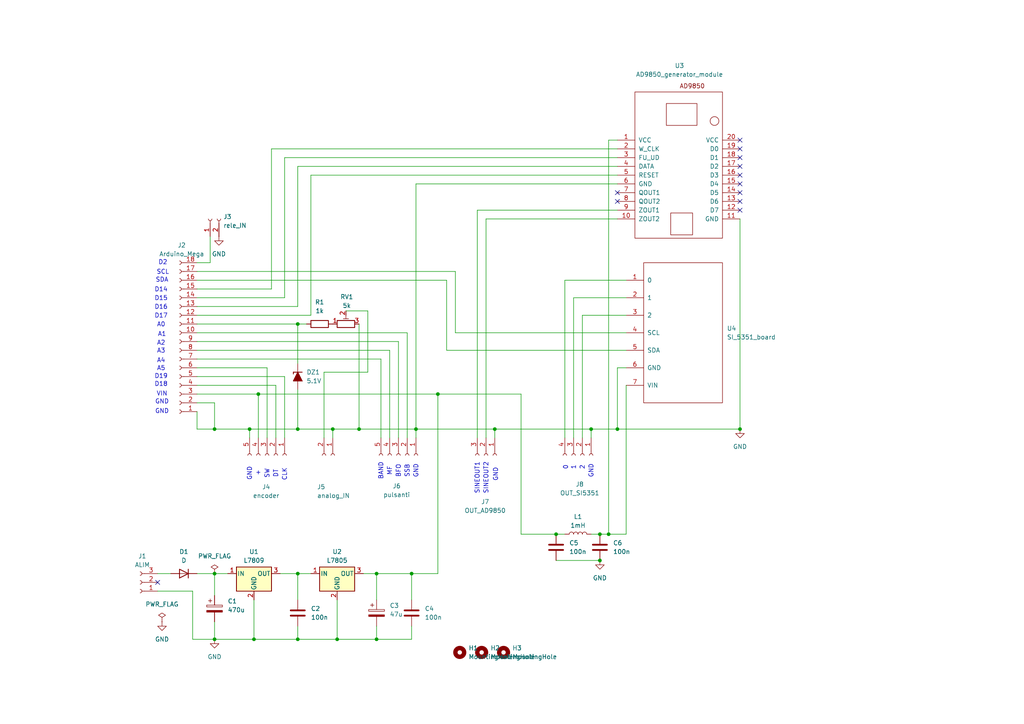
<source format=kicad_sch>
(kicad_sch (version 20231120) (generator "eeschema") (generator_version "8.0")
  (paper "A4")
  (lib_symbols
    (symbol "Connector:Conn_01x02_Socket" (pin_names (offset 1.016) hide)
      (property "Reference" "J" (at 0 2.54 0))
      (property "Value" "Conn_01x02_Socket" (at 0 -5.08 0))
      (symbol "Conn_01x02_Socket_1_1"
        (arc (start 0 -2.032) (mid -0.5058 -2.54) (end 0 -3.048) (stroke (width 0.1524)))
        (polyline (pts (xy -1.27 -2.54) (xy -0.508 -2.54)) (stroke (width 0.1524)))
        (polyline (pts (xy -1.27 0) (xy -0.508 0)) (stroke (width 0.1524)))
        (arc (start 0 0.508) (mid -0.5058 0) (end 0 -0.508) (stroke (width 0.1524)))
        (pin passive line (at -5.08 0 0) (length 3.81) (name "Pin_1") (number "1"))
        (pin passive line (at -5.08 -2.54 0) (length 3.81) (name "Pin_2") (number "2"))
      )
    )
    (symbol "Connector:Conn_01x03_Socket" (pin_names (offset 1.016) hide)
      (property "Reference" "J" (at 0 5.08 0))
      (property "Value" "Conn_01x03_Socket" (at 0 -5.08 0))
      (symbol "Conn_01x03_Socket_1_1"
        (arc (start 0 -2.032) (mid -0.5058 -2.54) (end 0 -3.048) (stroke (width 0.1524)))
        (polyline (pts (xy -1.27 -2.54) (xy -0.508 -2.54)) (stroke (width 0.1524)))
        (polyline (pts (xy -1.27 0) (xy -0.508 0)) (stroke (width 0.1524)))
        (polyline (pts (xy -1.27 2.54) (xy -0.508 2.54)) (stroke (width 0.1524)))
        (arc (start 0 0.508) (mid -0.5058 0) (end 0 -0.508) (stroke (width 0.1524)))
        (arc (start 0 3.048) (mid -0.5058 2.54) (end 0 2.032) (stroke (width 0.1524)))
        (pin passive line (at -5.08 2.54 0) (length 3.81) (name "Pin_1") (number "1"))
        (pin passive line (at -5.08 0 0) (length 3.81) (name "Pin_2") (number "2"))
        (pin passive line (at -5.08 -2.54 0) (length 3.81) (name "Pin_3") (number "3"))
      )
    )
    (symbol "Connector:Conn_01x04_Socket" (pin_names (offset 1.016) hide)
      (property "Reference" "J" (at 0 5.08 0))
      (property "Value" "Conn_01x04_Socket" (at 0 -7.62 0))
      (symbol "Conn_01x04_Socket_1_1"
        (arc (start 0 -4.572) (mid -0.5058 -5.08) (end 0 -5.588) (stroke (width 0.1524)))
        (arc (start 0 -2.032) (mid -0.5058 -2.54) (end 0 -3.048) (stroke (width 0.1524)))
        (polyline (pts (xy -1.27 -5.08) (xy -0.508 -5.08)) (stroke (width 0.1524)))
        (polyline (pts (xy -1.27 -2.54) (xy -0.508 -2.54)) (stroke (width 0.1524)))
        (polyline (pts (xy -1.27 0) (xy -0.508 0)) (stroke (width 0.1524)))
        (polyline (pts (xy -1.27 2.54) (xy -0.508 2.54)) (stroke (width 0.1524)))
        (arc (start 0 0.508) (mid -0.5058 0) (end 0 -0.508) (stroke (width 0.1524)))
        (arc (start 0 3.048) (mid -0.5058 2.54) (end 0 2.032) (stroke (width 0.1524)))
        (pin passive line (at -5.08 2.54 0) (length 3.81) (name "Pin_1") (number "1"))
        (pin passive line (at -5.08 0 0) (length 3.81) (name "Pin_2") (number "2"))
        (pin passive line (at -5.08 -2.54 0) (length 3.81) (name "Pin_3") (number "3"))
        (pin passive line (at -5.08 -5.08 0) (length 3.81) (name "Pin_4") (number "4"))
      )
    )
    (symbol "Connector:Conn_01x05_Socket" (pin_names (offset 1.016) hide)
      (property "Reference" "J" (at 0 7.62 0))
      (property "Value" "Conn_01x05_Socket" (at 0 -7.62 0))
      (symbol "Conn_01x05_Socket_1_1"
        (arc (start 0 -4.572) (mid -0.5058 -5.08) (end 0 -5.588) (stroke (width 0.1524)))
        (arc (start 0 -2.032) (mid -0.5058 -2.54) (end 0 -3.048) (stroke (width 0.1524)))
        (polyline (pts (xy -1.27 -5.08) (xy -0.508 -5.08)) (stroke (width 0.1524)))
        (polyline (pts (xy -1.27 -2.54) (xy -0.508 -2.54)) (stroke (width 0.1524)))
        (polyline (pts (xy -1.27 0) (xy -0.508 0)) (stroke (width 0.1524)))
        (polyline (pts (xy -1.27 2.54) (xy -0.508 2.54)) (stroke (width 0.1524)))
        (polyline (pts (xy -1.27 5.08) (xy -0.508 5.08)) (stroke (width 0.1524)))
        (arc (start 0 0.508) (mid -0.5058 0) (end 0 -0.508) (stroke (width 0.1524)))
        (arc (start 0 3.048) (mid -0.5058 2.54) (end 0 2.032) (stroke (width 0.1524)))
        (arc (start 0 5.588) (mid -0.5058 5.08) (end 0 4.572) (stroke (width 0.1524)))
        (pin passive line (at -5.08 5.08 0) (length 3.81) (name "Pin_1") (number "1"))
        (pin passive line (at -5.08 2.54 0) (length 3.81) (name "Pin_2") (number "2"))
        (pin passive line (at -5.08 0 0) (length 3.81) (name "Pin_3") (number "3"))
        (pin passive line (at -5.08 -2.54 0) (length 3.81) (name "Pin_4") (number "4"))
        (pin passive line (at -5.08 -5.08 0) (length 3.81) (name "Pin_5") (number "5"))
      )
    )
    (symbol "Connector:Conn_01x18_Socket" (pin_names (offset 1.016) hide)
      (property "Reference" "J" (at 0 22.86 0))
      (property "Value" "Conn_01x18_Socket" (at 0 -25.4 0))
      (symbol "Conn_01x18_Socket_1_1"
        (arc (start 0 -22.352) (mid -0.5058 -22.86) (end 0 -23.368) (stroke (width 0.1524)))
        (arc (start 0 -19.812) (mid -0.5058 -20.32) (end 0 -20.828) (stroke (width 0.1524)))
        (arc (start 0 -17.272) (mid -0.5058 -17.78) (end 0 -18.288) (stroke (width 0.1524)))
        (arc (start 0 -14.732) (mid -0.5058 -15.24) (end 0 -15.748) (stroke (width 0.1524)))
        (arc (start 0 -12.192) (mid -0.5058 -12.7) (end 0 -13.208) (stroke (width 0.1524)))
        (arc (start 0 -9.652) (mid -0.5058 -10.16) (end 0 -10.668) (stroke (width 0.1524)))
        (arc (start 0 -7.112) (mid -0.5058 -7.62) (end 0 -8.128) (stroke (width 0.1524)))
        (arc (start 0 -4.572) (mid -0.5058 -5.08) (end 0 -5.588) (stroke (width 0.1524)))
        (arc (start 0 -2.032) (mid -0.5058 -2.54) (end 0 -3.048) (stroke (width 0.1524)))
        (polyline (pts (xy -1.27 -22.86) (xy -0.508 -22.86)) (stroke (width 0.1524)))
        (polyline (pts (xy -1.27 -20.32) (xy -0.508 -20.32)) (stroke (width 0.1524)))
        (polyline (pts (xy -1.27 -17.78) (xy -0.508 -17.78)) (stroke (width 0.1524)))
        (polyline (pts (xy -1.27 -15.24) (xy -0.508 -15.24)) (stroke (width 0.1524)))
        (polyline (pts (xy -1.27 -12.7) (xy -0.508 -12.7)) (stroke (width 0.1524)))
        (polyline (pts (xy -1.27 -10.16) (xy -0.508 -10.16)) (stroke (width 0.1524)))
        (polyline (pts (xy -1.27 -7.62) (xy -0.508 -7.62)) (stroke (width 0.1524)))
        (polyline (pts (xy -1.27 -5.08) (xy -0.508 -5.08)) (stroke (width 0.1524)))
        (polyline (pts (xy -1.27 -2.54) (xy -0.508 -2.54)) (stroke (width 0.1524)))
        (polyline (pts (xy -1.27 0) (xy -0.508 0)) (stroke (width 0.1524)))
        (polyline (pts (xy -1.27 2.54) (xy -0.508 2.54)) (stroke (width 0.1524)))
        (polyline (pts (xy -1.27 5.08) (xy -0.508 5.08)) (stroke (width 0.1524)))
        (polyline (pts (xy -1.27 7.62) (xy -0.508 7.62)) (stroke (width 0.1524)))
        (polyline (pts (xy -1.27 10.16) (xy -0.508 10.16)) (stroke (width 0.1524)))
        (polyline (pts (xy -1.27 12.7) (xy -0.508 12.7)) (stroke (width 0.1524)))
        (polyline (pts (xy -1.27 15.24) (xy -0.508 15.24)) (stroke (width 0.1524)))
        (polyline (pts (xy -1.27 17.78) (xy -0.508 17.78)) (stroke (width 0.1524)))
        (polyline (pts (xy -1.27 20.32) (xy -0.508 20.32)) (stroke (width 0.1524)))
        (arc (start 0 0.508) (mid -0.5058 0) (end 0 -0.508) (stroke (width 0.1524)))
        (arc (start 0 3.048) (mid -0.5058 2.54) (end 0 2.032) (stroke (width 0.1524)))
        (arc (start 0 5.588) (mid -0.5058 5.08) (end 0 4.572) (stroke (width 0.1524)))
        (arc (start 0 8.128) (mid -0.5058 7.62) (end 0 7.112) (stroke (width 0.1524)))
        (arc (start 0 10.668) (mid -0.5058 10.16) (end 0 9.652) (stroke (width 0.1524)))
        (arc (start 0 13.208) (mid -0.5058 12.7) (end 0 12.192) (stroke (width 0.1524)))
        (arc (start 0 15.748) (mid -0.5058 15.24) (end 0 14.732) (stroke (width 0.1524)))
        (arc (start 0 18.288) (mid -0.5058 17.78) (end 0 17.272) (stroke (width 0.1524)))
        (arc (start 0 20.828) (mid -0.5058 20.32) (end 0 19.812) (stroke (width 0.1524)))
        (pin passive line (at -5.08 20.32 0) (length 3.81) (name "Pin_1") (number "1"))
        (pin passive line (at -5.08 -2.54 0) (length 3.81) (name "Pin_10") (number "10"))
        (pin passive line (at -5.08 -5.08 0) (length 3.81) (name "Pin_11") (number "11"))
        (pin passive line (at -5.08 -7.62 0) (length 3.81) (name "Pin_12") (number "12"))
        (pin passive line (at -5.08 -10.16 0) (length 3.81) (name "Pin_13") (number "13"))
        (pin passive line (at -5.08 -12.7 0) (length 3.81) (name "Pin_14") (number "14"))
        (pin passive line (at -5.08 -15.24 0) (length 3.81) (name "Pin_15") (number "15"))
        (pin passive line (at -5.08 -17.78 0) (length 3.81) (name "Pin_16") (number "16"))
        (pin passive line (at -5.08 -20.32 0) (length 3.81) (name "Pin_17") (number "17"))
        (pin passive line (at -5.08 -22.86 0) (length 3.81) (name "Pin_18") (number "18"))
        (pin passive line (at -5.08 17.78 0) (length 3.81) (name "Pin_2") (number "2"))
        (pin passive line (at -5.08 15.24 0) (length 3.81) (name "Pin_3") (number "3"))
        (pin passive line (at -5.08 12.7 0) (length 3.81) (name "Pin_4") (number "4"))
        (pin passive line (at -5.08 10.16 0) (length 3.81) (name "Pin_5") (number "5"))
        (pin passive line (at -5.08 7.62 0) (length 3.81) (name "Pin_6") (number "6"))
        (pin passive line (at -5.08 5.08 0) (length 3.81) (name "Pin_7") (number "7"))
        (pin passive line (at -5.08 2.54 0) (length 3.81) (name "Pin_8") (number "8"))
        (pin passive line (at -5.08 0 0) (length 3.81) (name "Pin_9") (number "9"))
      )
    )
    (symbol "DDS9850:AD9850_generator_module" (pin_names (offset 1.016))
      (property "Reference" "U" (at 0 6.4262 0))
      (property "Value" "AD9850_generator_module" (at 0 11.5062 0))
      (symbol "AD9850_generator_module_1_1"
        (rectangle (start 0 0) (end 25.4 -42.418) (stroke (width 0.1524)))
        (rectangle (start 9.1186 -3.3528) (end 18.0086 -9.7028) (stroke (width 0.1524)))
        (rectangle (start 10.3886 -35.1028) (end 16.7386 -41.4528) (stroke (width 0.1524)))
        (circle (center 23.0886 -8.4328) (radius 1.27) (stroke (width 0.1524)))
        (text "AD9850" (at 12.9286 1.7272 0) (effects (font (size 1.27 1.27)) (justify left)))
        (pin input line (at -5.08 -13.97 0) (length 5.08) (name "VCC") (number "1"))
        (pin input line (at -5.08 -36.83 0) (length 5.08) (name "ZOUT2") (number "10"))
        (pin input line (at 30.48 -36.83 180) (length 5.08) (name "GND") (number "11"))
        (pin input line (at 30.48 -34.29 180) (length 5.08) (name "D7") (number "12"))
        (pin input line (at 30.48 -31.75 180) (length 5.08) (name "D6") (number "13"))
        (pin input line (at 30.48 -29.21 180) (length 5.08) (name "D5") (number "14"))
        (pin input line (at 30.48 -26.67 180) (length 5.08) (name "D4") (number "15"))
        (pin input line (at 30.48 -24.13 180) (length 5.08) (name "D3") (number "16"))
        (pin input line (at 30.48 -21.59 180) (length 5.08) (name "D2") (number "17"))
        (pin input line (at 30.48 -19.05 180) (length 5.08) (name "D1") (number "18"))
        (pin input line (at 30.48 -16.51 180) (length 5.08) (name "D0") (number "19"))
        (pin input line (at -5.08 -16.51 0) (length 5.08) (name "W_CLK") (number "2"))
        (pin input line (at 30.48 -13.97 180) (length 5.08) (name "VCC") (number "20"))
        (pin input line (at -5.08 -19.05 0) (length 5.08) (name "FU_UD") (number "3"))
        (pin input line (at -5.08 -21.59 0) (length 5.08) (name "DATA") (number "4"))
        (pin input line (at -5.08 -24.13 0) (length 5.08) (name "RESET") (number "5"))
        (pin input line (at -5.08 -26.67 0) (length 5.08) (name "GND") (number "6"))
        (pin input line (at -5.08 -29.21 0) (length 5.08) (name "QOUT1") (number "7"))
        (pin input line (at -5.08 -31.75 0) (length 5.08) (name "QOUT2") (number "8"))
        (pin input line (at -5.08 -34.29 0) (length 5.08) (name "ZOUT1") (number "9"))
      )
    )
    (symbol "Device:C" (pin_numbers hide) (pin_names (offset 0.254))
      (property "Reference" "C" (at 0.635 2.54 0))
      (property "Value" "C" (at 0.635 -2.54 0))
      (symbol "C_0_1"
        (polyline (pts (xy -2.032 -0.762) (xy 2.032 -0.762)) (stroke (width 0.508)))
        (polyline (pts (xy -2.032 0.762) (xy 2.032 0.762)) (stroke (width 0.508)))
      )
      (symbol "C_1_1"
        (pin passive line (at 0 3.81 270) (length 2.794) (name "~") (number "1"))
        (pin passive line (at 0 -3.81 90) (length 2.794) (name "~") (number "2"))
      )
    )
    (symbol "Device:C_Polarized" (pin_numbers hide) (pin_names (offset 0.254))
      (property "Reference" "C" (at 0.635 2.54 0))
      (property "Value" "C_Polarized" (at 0.635 -2.54 0))
      (symbol "C_Polarized_0_1"
        (rectangle (start -2.286 0.508) (end 2.286 1.016))
        (polyline (pts (xy -1.778 2.286) (xy -0.762 2.286)))
        (polyline (pts (xy -1.27 2.794) (xy -1.27 1.778)))
        (rectangle (start 2.286 -0.508) (end -2.286 -1.016) (fill (type outline)))
      )
      (symbol "C_Polarized_1_1"
        (pin passive line (at 0 3.81 270) (length 2.794) (name "~") (number "1"))
        (pin passive line (at 0 -3.81 90) (length 2.794) (name "~") (number "2"))
      )
    )
    (symbol "Device:D" (pin_numbers hide) (pin_names (offset 1.016) hide)
      (property "Reference" "D" (at 0 2.54 0))
      (property "Value" "D" (at 0 -2.54 0))
      (symbol "D_0_1"
        (polyline (pts (xy -1.27 1.27) (xy -1.27 -1.27)) (stroke (width 0.254)))
        (polyline (pts (xy 1.27 0) (xy -1.27 0)))
        (polyline (pts (xy 1.27 1.27) (xy 1.27 -1.27) (xy -1.27 0) (xy 1.27 1.27)) (stroke (width 0.254)))
      )
      (symbol "D_1_1"
        (pin passive line (at -3.81 0 0) (length 2.54) (name "K") (number "1"))
        (pin passive line (at 3.81 0 180) (length 2.54) (name "A") (number "2"))
      )
    )
    (symbol "Device:L" (pin_numbers hide) (pin_names (offset 1.016) hide)
      (property "Reference" "L" (at -1.27 0 90))
      (property "Value" "L" (at 1.905 0 90))
      (symbol "L_0_1"
        (arc (start 0 -2.54) (mid 0.6323 -1.905) (end 0 -1.27))
        (arc (start 0 -1.27) (mid 0.6323 -0.635) (end 0 0))
        (arc (start 0 0) (mid 0.6323 0.635) (end 0 1.27))
        (arc (start 0 1.27) (mid 0.6323 1.905) (end 0 2.54))
      )
      (symbol "L_1_1"
        (pin passive line (at 0 3.81 270) (length 1.27) (name "1") (number "1"))
        (pin passive line (at 0 -3.81 90) (length 1.27) (name "2") (number "2"))
      )
    )
    (symbol "Device:R" (pin_numbers hide) (pin_names (offset 0))
      (property "Reference" "R" (at 2.032 0 90))
      (property "Value" "R" (at 0 0 90))
      (symbol "R_0_1"
        (rectangle (start -1.016 -2.54) (end 1.016 2.54) (stroke (width 0.254)))
      )
      (symbol "R_1_1"
        (pin passive line (at 0 3.81 270) (length 1.27) (name "~") (number "1"))
        (pin passive line (at 0 -3.81 90) (length 1.27) (name "~") (number "2"))
      )
    )
    (symbol "Device:R_Potentiometer_Trim" (pin_names (offset 1.016) hide)
      (property "Reference" "RV" (at -4.445 0 90))
      (property "Value" "R_Potentiometer_Trim" (at -2.54 0 90))
      (symbol "R_Potentiometer_Trim_0_1"
        (polyline (pts (xy 1.524 0.762) (xy 1.524 -0.762)))
        (polyline (pts (xy 2.54 0) (xy 1.524 0)))
        (rectangle (start 1.016 2.54) (end -1.016 -2.54) (stroke (width 0.254)))
      )
      (symbol "R_Potentiometer_Trim_1_1"
        (pin passive line (at 0 3.81 270) (length 1.27) (name "1") (number "1"))
        (pin passive line (at 3.81 0 180) (length 1.27) (name "2") (number "2"))
        (pin passive line (at 0 -3.81 90) (length 1.27) (name "3") (number "3"))
      )
    )
    (symbol "Mechanical:MountingHole" (pin_names (offset 1.016)) (exclude_from_sim yes) (in_bom no)
      (property "Reference" "H" (at 0 5.08 0))
      (property "Value" "MountingHole" (at 0 3.175 0))
      (symbol "MountingHole_0_1"
        (circle (center 0 0) (radius 1.27) (stroke (width 1.27)))
      )
    )
    (symbol "PCM_Diode_Zener_AKL:D_Zener_Generic" (pin_numbers hide) (pin_names (offset 1.016) hide)
      (property "Reference" "DZ" (at 0 7.62 0))
      (property "Value" "D_Zener_Generic" (at 0 5.08 0))
      (symbol "D_Zener_Generic_0_1"
        (polyline (pts (xy -1.27 0) (xy 1.27 0)))
        (polyline (pts (xy 1.27 1.27) (xy 0.762 1.27)) (stroke (width 0.254)))
        (polyline (pts (xy 1.27 1.27) (xy 1.27 -1.27)) (stroke (width 0.254)))
        (polyline (pts (xy -1.27 -1.27) (xy -1.27 1.27) (xy 1.27 0) (xy -1.27 -1.27)) (stroke (width 0.254)) (fill (type outline)))
      )
      (symbol "D_Zener_Generic_0_2"
        (polyline (pts (xy -2.54 -2.54) (xy 2.54 2.54)))
        (polyline (pts (xy 0 1.778) (xy -0.381 1.397)) (stroke (width 0.254)))
        (polyline (pts (xy 0 1.778) (xy 1.778 0)) (stroke (width 0.254)))
        (polyline (pts (xy -0.889 -0.889) (xy -1.778 0) (xy 0.889 0.889) (xy 0 -1.778) (xy -0.889 -0.889)) (stroke (width 0.254)) (fill (type outline)))
      )
      (symbol "D_Zener_Generic_1_1"
        (pin passive line (at 3.81 0 180) (length 2.54) (name "K") (number "1"))
        (pin passive line (at -3.81 0 0) (length 2.54) (name "A") (number "2"))
      )
      (symbol "D_Zener_Generic_1_2"
        (pin passive line (at 2.54 2.54 180) (length 0) (name "K") (number "1"))
        (pin passive line (at -2.54 -2.54 0) (length 0) (name "A") (number "2"))
      )
    )
    (symbol "Regulator_Linear:L7805" (pin_names (offset 0.254))
      (property "Reference" "U" (at -3.81 3.175 0))
      (property "Value" "L7805" (at 0 3.175 0))
      (symbol "L7805_0_1"
        (rectangle (start -5.08 1.905) (end 5.08 -5.08) (stroke (width 0.254)) (fill (type background)))
      )
      (symbol "L7805_1_1"
        (pin power_in line (at -7.62 0 0) (length 2.54) (name "IN") (number "1"))
        (pin power_in line (at 0 -7.62 90) (length 2.54) (name "GND") (number "2"))
        (pin power_out line (at 7.62 0 180) (length 2.54) (name "OUT") (number "3"))
      )
    )
    (symbol "Regulator_Linear:L7809" (pin_names (offset 0.254))
      (property "Reference" "U" (at -3.81 3.175 0))
      (property "Value" "L7809" (at 0 3.175 0))
      (symbol "L7809_0_1"
        (rectangle (start -5.08 1.905) (end 5.08 -5.08) (stroke (width 0.254)) (fill (type background)))
      )
      (symbol "L7809_1_1"
        (pin power_in line (at -7.62 0 0) (length 2.54) (name "IN") (number "1"))
        (pin power_in line (at 0 -7.62 90) (length 2.54) (name "GND") (number "2"))
        (pin power_out line (at 7.62 0 180) (length 2.54) (name "OUT") (number "3"))
      )
    )
    (symbol "SI5351:SI_5351_board" (pin_names (offset 1.016))
      (property "Reference" "U4" (at 19.0499 24.13 90))
      (property "Value" "SI_5351_board" (at 21.5899 24.13 90))
      (symbol "SI_5351_board_1_1"
        (rectangle (start 0 22.86) (end 40.64 0) (stroke (width 0.1524)))
        (pin input line (at 5.08 -5.08 90) (length 5.08) (name "0") (number "1"))
        (pin input line (at 10.16 -5.08 90) (length 5.08) (name "1") (number "2"))
        (pin input line (at 15.24 -5.08 90) (length 5.08) (name "2") (number "3"))
        (pin input line (at 20.32 -5.08 90) (length 5.08) (name "SCL") (number "4"))
        (pin input line (at 25.4 -5.08 90) (length 5.08) (name "SDA") (number "5"))
        (pin input line (at 30.48 -5.08 90) (length 5.08) (name "GND") (number "6"))
        (pin input line (at 35.56 -5.08 90) (length 5.08) (name "VIN") (number "7"))
      )
    )
    (symbol "power:GND" (power) (pin_numbers hide) (pin_names (offset 0) hide)
      (property "Value" "GND" (at 0 -3.81 0))
      (symbol "GND_0_1"
        (polyline (pts (xy 0 0) (xy 0 -1.27) (xy 1.27 -1.27) (xy 0 -2.54) (xy -1.27 -1.27) (xy 0 -1.27)))
      )
      (symbol "GND_1_1"
        (pin power_in line (at 0 0 270) (length 0) (name "~") (number "1"))
      )
    )
    (symbol "power:PWR_FLAG" (power) (pin_numbers hide) (pin_names (offset 0) hide)
      (property "Value" "PWR_FLAG" (at 0 3.81 0))
      (symbol "PWR_FLAG_0_0"
        (pin power_out line (at 0 0 90) (length 0) (name "~") (number "1"))
      )
      (symbol "PWR_FLAG_0_1"
        (polyline (pts (xy 0 0) (xy 0 1.27) (xy -1.016 1.905) (xy 0 2.54) (xy 1.016 1.905) (xy 0 1.27)))
      )
    )
  )
  (junction (at 72.39 124.46))
  (junction (at 86.36 185.42))
  (junction (at 176.53 154.94))
  (junction (at 109.22 166.37))
  (junction (at 179.07 124.46))
  (junction (at 143.51 124.46))
  (junction (at 62.23 124.46))
  (junction (at 104.14 124.46))
  (junction (at 97.79 185.42))
  (junction (at 96.52 124.46))
  (junction (at 171.45 124.46))
  (junction (at 86.36 124.46))
  (junction (at 74.93 114.3))
  (junction (at 119.38 166.37))
  (junction (at 62.23 185.42))
  (junction (at 109.22 185.42))
  (junction (at 173.99 154.94))
  (junction (at 86.36 166.37))
  (junction (at 62.23 166.37))
  (junction (at 73.66 185.42))
  (junction (at 161.29 154.94))
  (junction (at 214.63 124.46))
  (junction (at 127 114.3))
  (junction (at 120.65 124.46))
  (junction (at 86.36 93.98))
  (junction (at 173.99 162.56))
  (no_connect (at 214.63 43.18))
  (no_connect (at 214.63 60.96))
  (no_connect (at 214.63 53.34))
  (no_connect (at 179.07 58.42))
  (no_connect (at 214.63 50.8))
  (no_connect (at 214.63 40.64))
  (no_connect (at 214.63 55.88))
  (no_connect (at 45.72 168.91))
  (no_connect (at 214.63 48.26))
  (no_connect (at 214.63 58.42))
  (no_connect (at 179.07 55.88))
  (no_connect (at 214.63 45.72))
  (wire (pts (xy 161.29 154.94) (xy 151.13 154.94)))
  (wire (pts (xy 171.45 124.46) (xy 179.07 124.46)))
  (wire (pts (xy 179.07 60.96) (xy 138.43 60.96)))
  (wire (pts (xy 86.36 93.98) (xy 86.36 105.41)))
  (wire (pts (xy 86.36 166.37) (xy 86.36 173.99)))
  (wire (pts (xy 62.23 116.84) (xy 62.23 124.46)))
  (wire (pts (xy 143.51 127) (xy 143.51 124.46)))
  (wire (pts (xy 168.91 91.44) (xy 181.61 91.44)))
  (wire (pts (xy 161.29 154.94) (xy 163.83 154.94)))
  (wire (pts (xy 118.11 127) (xy 118.11 96.52)))
  (wire (pts (xy 73.66 185.42) (xy 86.36 185.42)))
  (wire (pts (xy 140.97 63.5) (xy 140.97 127)))
  (wire (pts (xy 179.07 40.64) (xy 176.53 40.64)))
  (wire (pts (xy 113.03 101.6) (xy 57.15 101.6)))
  (wire (pts (xy 176.53 40.64) (xy 176.53 154.94)))
  (wire (pts (xy 151.13 154.94) (xy 151.13 114.3)))
  (wire (pts (xy 179.07 48.26) (xy 86.36 48.26)))
  (wire (pts (xy 143.51 124.46) (xy 171.45 124.46)))
  (wire (pts (xy 179.07 45.72) (xy 82.55 45.72)))
  (wire (pts (xy 72.39 127) (xy 72.39 124.46)))
  (wire (pts (xy 57.15 88.9) (xy 86.36 88.9)))
  (wire (pts (xy 57.15 116.84) (xy 62.23 116.84)))
  (wire (pts (xy 57.15 76.2) (xy 60.96 76.2)))
  (wire (pts (xy 57.15 91.44) (xy 90.17 91.44)))
  (wire (pts (xy 57.15 104.14) (xy 110.49 104.14)))
  (wire (pts (xy 129.54 101.6) (xy 181.61 101.6)))
  (wire (pts (xy 104.14 93.98) (xy 104.14 124.46)))
  (wire (pts (xy 86.36 124.46) (xy 96.52 124.46)))
  (wire (pts (xy 82.55 109.22) (xy 57.15 109.22)))
  (wire (pts (xy 119.38 181.61) (xy 119.38 185.42)))
  (wire (pts (xy 86.36 181.61) (xy 86.36 185.42)))
  (wire (pts (xy 129.54 81.28) (xy 57.15 81.28)))
  (wire (pts (xy 110.49 104.14) (xy 110.49 127)))
  (wire (pts (xy 118.11 96.52) (xy 57.15 96.52)))
  (wire (pts (xy 82.55 86.36) (xy 57.15 86.36)))
  (wire (pts (xy 109.22 181.61) (xy 109.22 185.42)))
  (wire (pts (xy 72.39 124.46) (xy 86.36 124.46)))
  (wire (pts (xy 86.36 185.42) (xy 97.79 185.42)))
  (wire (pts (xy 62.23 185.42) (xy 73.66 185.42)))
  (wire (pts (xy 57.15 124.46) (xy 62.23 124.46)))
  (wire (pts (xy 86.36 113.03) (xy 86.36 124.46)))
  (wire (pts (xy 88.9 93.98) (xy 86.36 93.98)))
  (wire (pts (xy 60.96 76.2) (xy 60.96 68.58)))
  (wire (pts (xy 119.38 185.42) (xy 109.22 185.42)))
  (wire (pts (xy 168.91 127) (xy 168.91 91.44)))
  (wire (pts (xy 120.65 53.34) (xy 120.65 124.46)))
  (wire (pts (xy 127 114.3) (xy 151.13 114.3)))
  (wire (pts (xy 179.07 43.18) (xy 78.74 43.18)))
  (wire (pts (xy 80.01 111.76) (xy 57.15 111.76)))
  (wire (pts (xy 74.93 114.3) (xy 127 114.3)))
  (wire (pts (xy 109.22 173.99) (xy 109.22 166.37)))
  (wire (pts (xy 62.23 172.72) (xy 62.23 166.37)))
  (wire (pts (xy 86.36 93.98) (xy 57.15 93.98)))
  (wire (pts (xy 115.57 99.06) (xy 57.15 99.06)))
  (wire (pts (xy 90.17 50.8) (xy 90.17 91.44)))
  (wire (pts (xy 179.07 53.34) (xy 120.65 53.34)))
  (wire (pts (xy 119.38 166.37) (xy 109.22 166.37)))
  (wire (pts (xy 82.55 127) (xy 82.55 109.22)))
  (wire (pts (xy 120.65 127) (xy 120.65 124.46)))
  (wire (pts (xy 74.93 114.3) (xy 74.93 127)))
  (wire (pts (xy 80.01 127) (xy 80.01 111.76)))
  (wire (pts (xy 86.36 48.26) (xy 86.36 88.9)))
  (wire (pts (xy 214.63 63.5) (xy 214.63 124.46)))
  (wire (pts (xy 106.68 90.17) (xy 106.68 107.95)))
  (wire (pts (xy 171.45 154.94) (xy 173.99 154.94)))
  (wire (pts (xy 73.66 173.99) (xy 73.66 185.42)))
  (wire (pts (xy 161.29 162.56) (xy 173.99 162.56)))
  (wire (pts (xy 179.07 106.68) (xy 179.07 124.46)))
  (wire (pts (xy 57.15 166.37) (xy 62.23 166.37)))
  (wire (pts (xy 129.54 81.28) (xy 129.54 101.6)))
  (wire (pts (xy 57.15 114.3) (xy 74.93 114.3)))
  (wire (pts (xy 96.52 124.46) (xy 104.14 124.46)))
  (wire (pts (xy 109.22 185.42) (xy 97.79 185.42)))
  (wire (pts (xy 109.22 166.37) (xy 105.41 166.37)))
  (wire (pts (xy 45.72 171.45) (xy 55.88 171.45)))
  (wire (pts (xy 163.83 127) (xy 163.83 81.28)))
  (wire (pts (xy 82.55 45.72) (xy 82.55 86.36)))
  (wire (pts (xy 119.38 173.99) (xy 119.38 166.37)))
  (wire (pts (xy 77.47 106.68) (xy 77.47 127)))
  (wire (pts (xy 132.08 78.74) (xy 57.15 78.74)))
  (wire (pts (xy 171.45 124.46) (xy 171.45 127)))
  (wire (pts (xy 120.65 124.46) (xy 143.51 124.46)))
  (wire (pts (xy 138.43 60.96) (xy 138.43 127)))
  (wire (pts (xy 132.08 78.74) (xy 132.08 96.52)))
  (wire (pts (xy 166.37 127) (xy 166.37 86.36)))
  (wire (pts (xy 97.79 173.99) (xy 97.79 185.42)))
  (wire (pts (xy 181.61 154.94) (xy 176.53 154.94)))
  (wire (pts (xy 62.23 166.37) (xy 66.04 166.37)))
  (wire (pts (xy 166.37 86.36) (xy 181.61 86.36)))
  (wire (pts (xy 45.72 166.37) (xy 49.53 166.37)))
  (wire (pts (xy 55.88 171.45) (xy 55.88 185.42)))
  (wire (pts (xy 55.88 185.42) (xy 62.23 185.42)))
  (wire (pts (xy 93.98 127) (xy 93.98 107.95)))
  (wire (pts (xy 106.68 90.17) (xy 100.33 90.17)))
  (wire (pts (xy 62.23 124.46) (xy 72.39 124.46)))
  (wire (pts (xy 119.38 166.37) (xy 127 166.37)))
  (wire (pts (xy 81.28 166.37) (xy 86.36 166.37)))
  (wire (pts (xy 132.08 96.52) (xy 181.61 96.52)))
  (wire (pts (xy 181.61 111.76) (xy 181.61 154.94)))
  (wire (pts (xy 115.57 127) (xy 115.57 99.06)))
  (wire (pts (xy 214.63 124.46) (xy 179.07 124.46)))
  (wire (pts (xy 57.15 124.46) (xy 57.15 119.38)))
  (wire (pts (xy 179.07 50.8) (xy 90.17 50.8)))
  (wire (pts (xy 96.52 124.46) (xy 96.52 127)))
  (wire (pts (xy 176.53 154.94) (xy 173.99 154.94)))
  (wire (pts (xy 127 166.37) (xy 127 114.3)))
  (wire (pts (xy 113.03 127) (xy 113.03 101.6)))
  (wire (pts (xy 86.36 166.37) (xy 90.17 166.37)))
  (wire (pts (xy 104.14 124.46) (xy 120.65 124.46)))
  (wire (pts (xy 163.83 81.28) (xy 181.61 81.28)))
  (wire (pts (xy 78.74 83.82) (xy 57.15 83.82)))
  (wire (pts (xy 78.74 43.18) (xy 78.74 83.82)))
  (wire (pts (xy 77.47 106.68) (xy 57.15 106.68)))
  (wire (pts (xy 93.98 107.95) (xy 106.68 107.95)))
  (wire (pts (xy 181.61 106.68) (xy 179.07 106.68)))
  (wire (pts (xy 179.07 63.5) (xy 140.97 63.5)))
  (wire (pts (xy 62.23 180.34) (xy 62.23 185.42)))
  (text "MF" (at 113.03 136.652 90) (effects (font (size 1.27 1.27))))
  (text "BAND" (at 110.49 136.652 90) (effects (font (size 1.27 1.27))))
  (text "DT" (at 80.01 137.414 90) (effects (font (size 1.27 1.27))))
  (text "SINEOUT2" (at 140.97 138.684 90) (effects (font (size 1.27 1.27))))
  (text "A2" (at 46.736 99.568 0) (effects (font (size 1.27 1.27))))
  (text "SDA" (at 46.99 81.28 0) (effects (font (size 1.27 1.27))))
  (text "A1" (at 46.99 97.028 0) (effects (font (size 1.27 1.27))))
  (text "GND" (at 46.99 119.38 0) (effects (font (size 1.27 1.27))))
  (text "D18" (at 46.736 111.506 0) (effects (font (size 1.27 1.27))))
  (text "SCL" (at 47.244 78.994 0) (effects (font (size 1.27 1.27))))
  (text "VIN" (at 46.99 114.3 0) (effects (font (size 1.27 1.27))))
  (text "1" (at 166.37 135.636 90) (effects (font (size 1.27 1.27))))
  (text "SW" (at 77.47 137.414 90) (effects (font (size 1.27 1.27))))
  (text "CLK" (at 82.55 137.668 90) (effects (font (size 1.27 1.27))))
  (text "SINEOUT1" (at 138.43 138.684 90) (effects (font (size 1.27 1.27))))
  (text "SSB" (at 118.11 136.652 90) (effects (font (size 1.27 1.27))))
  (text "GND" (at 171.45 136.652 90) (effects (font (size 1.27 1.27))))
  (text "BFO" (at 115.57 136.652 90) (effects (font (size 1.27 1.27))))
  (text "A3" (at 46.736 101.854 0) (effects (font (size 1.27 1.27))))
  (text "D17" (at 46.736 91.694 0) (effects (font (size 1.27 1.27))))
  (text "+" (at 74.93 137.16 0) (effects (font (size 1.27 1.27))))
  (text "D2" (at 47.244 76.2 0) (effects (font (size 1.27 1.27))))
  (text "D15" (at 46.736 86.614 0) (effects (font (size 1.27 1.27))))
  (text "D14" (at 46.736 84.074 0) (effects (font (size 1.27 1.27))))
  (text "A5" (at 46.736 106.934 0) (effects (font (size 1.27 1.27))))
  (text "GND" (at 120.65 136.652 90) (effects (font (size 1.27 1.27))))
  (text "GND" (at 46.99 116.586 0) (effects (font (size 1.27 1.27))))
  (text "D16" (at 46.736 89.154 0) (effects (font (size 1.27 1.27))))
  (text "A0" (at 46.736 94.234 0) (effects (font (size 1.27 1.27))))
  (text "0" (at 164.084 135.636 90) (effects (font (size 1.27 1.27))))
  (text "D19" (at 46.736 109.22 0) (effects (font (size 1.27 1.27))))
  (text "2" (at 168.91 135.636 90) (effects (font (size 1.27 1.27))))
  (text "A4" (at 46.736 104.648 0) (effects (font (size 1.27 1.27))))
  (text "GND" (at 143.764 137.668 90) (effects (font (size 1.27 1.27))))
  (text "GND" (at 72.39 137.414 90) (effects (font (size 1.27 1.27))))
  (symbol (lib_id "Device:C_Polarized") (at 109.22 177.8 0) (unit 1)
    (property "Reference" "C3" (at 113.03 175.6409 0) (effects (justify left)))
    (property "Value" "47u" (at 113.03 178.1809 0) (effects (justify left)))
    (property "Footprint" "Capacitor_THT:CP_Radial_D8.0mm_P3.50mm" (effects (hide yes)))
    (property "Description" "Polarized capacitor" (effects (hide yes)))
  )
  (symbol (lib_id "Device:C") (at 119.38 177.8 0) (unit 1)
    (property "Reference" "C4" (at 123.19 176.5299 0) (effects (justify left)))
    (property "Value" "100n" (at 123.19 179.0699 0) (effects (justify left)))
    (property "Footprint" "Capacitor_THT:C_Disc_D4.3mm_W1.9mm_P5.00mm" (effects (hide yes)))
    (property "Description" "Unpolarized capacitor" (effects (hide yes)))
  )
  (symbol (lib_id "Device:C_Polarized") (at 62.23 176.53 0) (unit 1)
    (property "Reference" "C1" (at 66.04 174.3709 0) (effects (justify left)))
    (property "Value" "470u" (at 66.04 176.9109 0) (effects (justify left)))
    (property "Footprint" "Capacitor_THT:CP_Radial_D8.0mm_P3.50mm" (effects (hide yes)))
    (property "Description" "Polarized capacitor" (effects (hide yes)))
  )
  (symbol (lib_id "Connector:Conn_01x03_Socket") (at 140.97 132.08 270) (unit 1)
    (property "Reference" "J7" (at 140.716 145.542 90))
    (property "Value" "OUT_AD9850" (at 140.716 148.082 90))
    (property "Footprint" "Connector_PinHeader_2.54mm:PinHeader_1x03_P2.54mm_Vertical" (effects (hide yes)))
    (property "Description" "Generic connector, single row, 01x03, script generated" (effects (hide yes)))
  )
  (symbol (lib_id "Mechanical:MountingHole") (at 139.7 189.23 0) (unit 1) (exclude_from_sim yes) (in_bom no)
    (property "Reference" "H2" (at 142.24 187.9599 0) (effects (justify left)))
    (property "Value" "MountingHole" (at 142.24 190.4999 0) (effects (justify left)))
    (property "Footprint" "MountingHole:MountingHole_2.2mm_M2_Pad" (effects (hide yes)))
    (property "Description" "Mounting Hole without connection" (effects (hide yes)))
  )
  (symbol (lib_id "Connector:Conn_01x03_Socket") (at 40.64 168.91 180) (unit 1)
    (property "Reference" "J1" (at 41.275 161.29 0))
    (property "Value" "ALIM" (at 41.275 163.83 0))
    (property "Footprint" "Connector_PinHeader_2.54mm:PinHeader_1x03_P2.54mm_Vertical" (effects (hide yes)))
    (property "Description" "Generic connector, single row, 01x03, script generated" (effects (hide yes)))
  )
  (symbol (lib_id "Device:D") (at 53.34 166.37 180) (unit 1)
    (property "Reference" "D1" (at 53.34 160.02 0))
    (property "Value" "D" (at 53.34 162.56 0))
    (property "Footprint" "Diode_THT:D_DO-41_SOD81_P12.70mm_Horizontal" (effects (hide yes)))
    (property "Description" "Diode" (effects (hide yes)))
    (property "Sim.Device" "D" (effects (hide yes)))
    (property "Sim.Pins" "1=K 2=A" (effects (hide yes)))
  )
  (symbol (lib_id "Device:C") (at 86.36 177.8 0) (unit 1)
    (property "Reference" "C2" (at 90.17 176.5299 0) (effects (justify left)))
    (property "Value" "100n" (at 90.17 179.0699 0) (effects (justify left)))
    (property "Footprint" "Capacitor_THT:C_Disc_D4.3mm_W1.9mm_P5.00mm" (effects (hide yes)))
    (property "Description" "Unpolarized capacitor" (effects (hide yes)))
  )
  (symbol (lib_id "power:GND") (at 62.23 185.42 0) (unit 1)
    (property "Reference" "#PWR02" (effects (hide yes)))
    (property "Value" "GND" (at 62.23 190.5 0))
    (property "Description" "Power symbol creates a global label with name \"GND\" , ground" (effects (hide yes)))
  )
  (symbol (lib_id "Connector:Conn_01x05_Socket") (at 115.57 132.08 270) (unit 1)
    (property "Reference" "J6" (at 115.062 140.97 90))
    (property "Value" "pulsanti" (at 115.062 143.51 90))
    (property "Footprint" "Connector_PinHeader_2.54mm:PinHeader_1x05_P2.54mm_Vertical" (effects (hide yes)))
    (property "Description" "Generic connector, single row, 01x05, script generated" (effects (hide yes)))
  )
  (symbol (lib_id "Device:R_Potentiometer_Trim") (at 100.33 93.98 90) (unit 1)
    (property "Reference" "RV1" (at 100.584 86.106 90))
    (property "Value" "5k" (at 100.584 88.646 90))
    (property "Footprint" "PCM_Potentiometer_THT_AKL:Potentiometer_Runtron_RM-065_Vertical" (effects (hide yes)))
    (property "Description" "Trim-potentiometer" (effects (hide yes)))
  )
  (symbol (lib_id "Mechanical:MountingHole") (at 146.05 189.23 0) (unit 1) (exclude_from_sim yes) (in_bom no)
    (property "Reference" "H3" (at 148.59 187.9599 0) (effects (justify left)))
    (property "Value" "MountingHole" (at 148.59 190.4999 0) (effects (justify left)))
    (property "Footprint" "MountingHole:MountingHole_2.2mm_M2_Pad" (effects (hide yes)))
    (property "Description" "Mounting Hole without connection" (effects (hide yes)))
  )
  (symbol (lib_id "Regulator_Linear:L7805") (at 97.79 166.37 0) (unit 1)
    (property "Reference" "U2" (at 97.79 160.02 0))
    (property "Value" "L7805" (at 97.79 162.56 0))
    (property "Footprint" "PCM_Package_TO_SOT_THT_AKL:TO-220-3_Horizontal_TabDown" (effects (hide yes)))
    (property "Datasheet" "http://www.st.com/content/ccc/resource/technical/document/datasheet/41/4f/b3/b0/12/d4/47/88/CD00000444.pdf/files/CD00000444.pdf/jcr:content/translations/en.CD00000444.pdf" (effects (hide yes)))
    (property "Description" "Positive 1.5A 35V Linear Regulator, Fixed Output 5V, TO-220/TO-263/TO-252" (effects (hide yes)))
  )
  (symbol (lib_id "power:GND") (at 214.63 124.46 0) (unit 1)
    (property "Reference" "#PWR04" (effects (hide yes)))
    (property "Value" "GND" (at 214.63 129.54 0))
    (property "Description" "Power symbol creates a global label with name \"GND\" , ground" (effects (hide yes)))
  )
  (symbol (lib_id "power:PWR_FLAG") (at 62.23 166.37 0) (unit 1)
    (property "Reference" "#FLG02" (effects (hide yes)))
    (property "Value" "PWR_FLAG" (at 62.23 161.29 0))
    (property "Description" "Special symbol for telling ERC where power comes from" (effects (hide yes)))
  )
  (symbol (lib_id "Device:C") (at 173.99 158.75 0) (unit 1)
    (property "Reference" "C6" (at 177.8 157.4799 0) (effects (justify left)))
    (property "Value" "100n" (at 177.8 160.0199 0) (effects (justify left)))
    (property "Footprint" "Capacitor_THT:C_Disc_D4.3mm_W1.9mm_P5.00mm" (effects (hide yes)))
    (property "Description" "Unpolarized capacitor" (effects (hide yes)))
  )
  (symbol (lib_id "power:GND") (at 46.99 180.34 0) (unit 1)
    (property "Reference" "#PWR01" (effects (hide yes)))
    (property "Value" "GND" (at 46.99 185.42 0))
    (property "Description" "Power symbol creates a global label with name \"GND\" , ground" (effects (hide yes)))
  )
  (symbol (lib_id "PCM_Diode_Zener_AKL:D_Zener_Generic") (at 86.36 109.22 90) (unit 1)
    (property "Reference" "DZ1" (at 88.9 107.9499 90) (effects (justify right)))
    (property "Value" "5.1V" (at 88.9 110.4899 90) (effects (justify right)))
    (property "Footprint" "PCM_Diode_THT_AKL:D_DO-34_SOD68_P7.62mm_Horizontal_Zener" (effects (hide yes)))
    (property "Description" "Zener diode, generic symbol, Alternate KiCAD Library" (effects (hide yes)))
  )
  (symbol (lib_id "Connector:Conn_01x18_Socket") (at 52.07 99.06 180) (unit 1)
    (property "Reference" "J2" (at 52.705 71.12 0))
    (property "Value" "Arduino_Mega" (at 52.705 73.66 0))
    (property "Footprint" "Connector_PinHeader_2.54mm:PinHeader_1x18_P2.54mm_Vertical" (effects (hide yes)))
    (property "Description" "Generic connector, single row, 01x18, script generated" (effects (hide yes)))
  )
  (symbol (lib_id "power:PWR_FLAG") (at 46.99 180.34 0) (unit 1)
    (property "Reference" "#FLG01" (effects (hide yes)))
    (property "Value" "PWR_FLAG" (at 46.99 175.26 0))
    (property "Description" "Special symbol for telling ERC where power comes from" (effects (hide yes)))
  )
  (symbol (lib_id "Connector:Conn_01x02_Socket") (at 60.96 63.5 90) (unit 1)
    (property "Reference" "J3" (at 64.77 62.8649 90) (effects (justify right)))
    (property "Value" "rele_IN" (at 64.77 65.4049 90) (effects (justify right)))
    (property "Footprint" "Connector_PinHeader_2.54mm:PinHeader_1x02_P2.54mm_Vertical" (effects (hide yes)))
    (property "Description" "Generic connector, single row, 01x02, script generated" (effects (hide yes)))
  )
  (symbol (lib_id "Mechanical:MountingHole") (at 133.35 189.23 0) (unit 1) (exclude_from_sim yes) (in_bom no)
    (property "Reference" "H1" (at 135.89 187.9599 0) (effects (justify left)))
    (property "Value" "MountingHole" (at 135.89 190.4999 0) (effects (justify left)))
    (property "Footprint" "MountingHole:MountingHole_2.2mm_M2_Pad" (effects (hide yes)))
    (property "Description" "Mounting Hole without connection" (effects (hide yes)))
  )
  (symbol (lib_id "power:GND") (at 63.5 68.58 0) (unit 1)
    (property "Reference" "#PWR03" (effects (hide yes)))
    (property "Value" "GND" (at 63.5 73.66 0))
    (property "Description" "Power symbol creates a global label with name \"GND\" , ground" (effects (hide yes)))
  )
  (symbol (lib_id "SI5351:SI_5351_board") (at 186.69 76.2 270) (unit 1)
    (property "Reference" "U4" (at 210.82 95.2499 90) (effects (justify left)))
    (property "Value" "SI_5351_board" (at 210.82 97.7899 90) (effects (justify left)))
    (property "Footprint" "SI5351:SI5351_MODULE" (effects (hide yes)))
    (property "uuid" "std:1c7433a61a264020a460a991dbcb857c" (effects (hide yes)))
  )
  (symbol (lib_id "Device:C") (at 161.29 158.75 0) (unit 1)
    (property "Reference" "C5" (at 165.1 157.4799 0) (effects (justify left)))
    (property "Value" "100n" (at 165.1 160.0199 0) (effects (justify left)))
    (property "Footprint" "Capacitor_THT:C_Disc_D4.3mm_W1.9mm_P5.00mm" (effects (hide yes)))
    (property "Description" "Unpolarized capacitor" (effects (hide yes)))
  )
  (symbol (lib_id "Connector:Conn_01x05_Socket") (at 77.47 132.08 270) (unit 1)
    (property "Reference" "J4" (at 77.216 141.224 90))
    (property "Value" "encoder" (at 77.216 143.764 90))
    (property "Footprint" "Connector_PinHeader_2.54mm:PinHeader_1x05_P2.54mm_Vertical" (effects (hide yes)))
    (property "Description" "Generic connector, single row, 01x05, script generated" (effects (hide yes)))
  )
  (symbol (lib_id "Connector:Conn_01x02_Socket") (at 96.52 132.08 270) (unit 1)
    (property "Reference" "J5" (at 91.948 141.224 90) (effects (justify left)))
    (property "Value" "analog_IN" (at 91.948 143.764 90) (effects (justify left)))
    (property "Footprint" "Connector_PinHeader_2.54mm:PinHeader_1x02_P2.54mm_Vertical" (effects (hide yes)))
    (property "Description" "Generic connector, single row, 01x02, script generated" (effects (hide yes)))
  )
  (symbol (lib_id "Device:L") (at 167.64 154.94 90) (unit 1)
    (property "Reference" "L1" (at 167.64 149.86 90))
    (property "Value" "1mH" (at 167.64 152.4 90))
    (property "Footprint" "Inductor_THT:L_Axial_L5.3mm_D2.2mm_P10.16mm_Horizontal_Vishay_IM-1" (effects (hide yes)))
    (property "Description" "Inductor" (effects (hide yes)))
  )
  (symbol (lib_id "Device:R") (at 92.71 93.98 90) (unit 1)
    (property "Reference" "R1" (at 92.71 87.63 90))
    (property "Value" "1k" (at 92.71 90.17 90))
    (property "Footprint" "Resistor_THT:R_Axial_DIN0207_L6.3mm_D2.5mm_P10.16mm_Horizontal" (effects (hide yes)))
    (property "Description" "Resistor" (effects (hide yes)))
  )
  (symbol (lib_id "power:GND") (at 173.99 162.56 0) (unit 1)
    (property "Reference" "#PWR05" (effects (hide yes)))
    (property "Value" "GND" (at 173.99 167.64 0))
    (property "Description" "Power symbol creates a global label with name \"GND\" , ground" (effects (hide yes)))
  )
  (symbol (lib_id "Regulator_Linear:L7809") (at 73.66 166.37 0) (unit 1)
    (property "Reference" "U1" (at 73.66 160.02 0))
    (property "Value" "L7809" (at 73.66 162.56 0))
    (property "Footprint" "PCM_Package_TO_SOT_THT_AKL:TO-220-3_Horizontal_TabDown" (effects (hide yes)))
    (property "Datasheet" "http://www.st.com/content/ccc/resource/technical/document/datasheet/41/4f/b3/b0/12/d4/47/88/CD00000444.pdf/files/CD00000444.pdf/jcr:content/translations/en.CD00000444.pdf" (effects (hide yes)))
    (property "Description" "Positive 1.5A 35V Linear Regulator, Fixed Output 9V, TO-220/TO-263/TO-252" (effects (hide yes)))
  )
  (symbol (lib_id "DDS9850:AD9850_generator_module") (at 184.15 26.67 0) (unit 1)
    (property "Reference" "U3" (at 197.0786 19.05 0))
    (property "Value" "AD9850_generator_module" (at 197.0786 21.59 0))
    (property "Footprint" "DDS9850:AD9850-MODUL" (effects (hide yes)))
    (property "uuid" "std:b63804fca12d44e5b22544ad3c0995bc" (effects (hide yes)))
  )
  (symbol (lib_id "Connector:Conn_01x04_Socket") (at 168.91 132.08 270) (unit 1)
    (property "Reference" "J8" (at 168.148 140.462 90))
    (property "Value" "OUT_SI5351" (at 168.148 143.002 90))
    (property "Footprint" "Connector_PinHeader_2.54mm:PinHeader_1x04_P2.54mm_Vertical" (effects (hide yes)))
    (property "Description" "Generic connector, single row, 01x04, script generated" (effects (hide yes)))
  )
)
</source>
